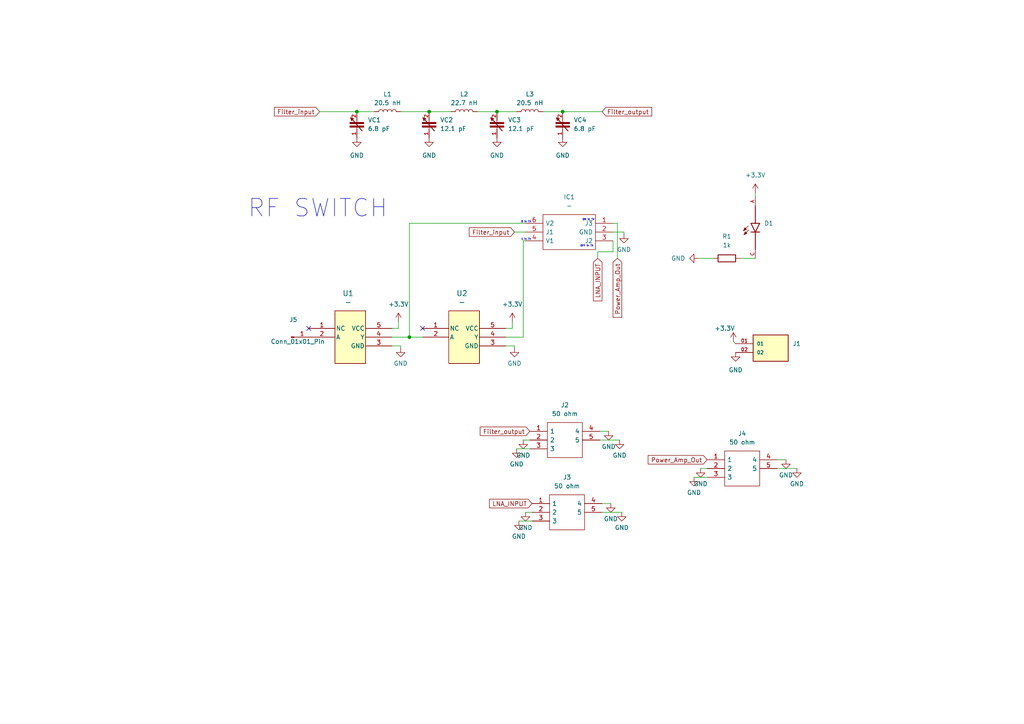
<source format=kicad_sch>
(kicad_sch (version 20230121) (generator eeschema)
  (paper "A4")
  (lib_symbols
    (symbol "0603 LED:LTST-C190KRKT" (pin_names (offset 1.016))
      (property "Reference" "D" (at -2.0351 4.0703 0))
      (property "Value" "LTST-C190KRKT" (at -2.0337 -3.8132 0))
      (symbol "LTST-C190KRKT_0_0"
        (polyline (pts (xy -5.08 0) (xy 0 0)) (stroke (width 0.254)))
        (polyline (pts (xy 0 -1.27) (xy 0 0)) (stroke (width 0.254)))
        (polyline (pts (xy 0 0) (xy 0 1.27)) (stroke (width 0.254)))
        (polyline (pts (xy 0 0) (xy 2.54 1.27)) (stroke (width 0.254)))
        (polyline (pts (xy 0.635 1.905) (xy -0.762 3.302)) (stroke (width 0.1524)))
        (polyline (pts (xy 1.778 2.032) (xy 0.381 3.429)) (stroke (width 0.1524)))
        (polyline (pts (xy 2.54 -1.27) (xy 0 0)) (stroke (width 0.254)))
        (polyline (pts (xy 2.54 -1.27) (xy 2.54 0)) (stroke (width 0.254)))
        (polyline (pts (xy 2.54 0) (xy 2.54 1.27)) (stroke (width 0.254)))
        (polyline (pts (xy 2.54 0) (xy 7.62 0)) (stroke (width 0.254)))
        (polyline (pts (xy -0.762 3.302) (xy 0.127 2.921) (xy -0.381 2.413) (xy -0.762 3.302)) (stroke (width 0.1524)) (fill (type outline)))
        (polyline (pts (xy 0.381 3.429) (xy 1.27 3.048) (xy 0.762 2.54) (xy 0.381 3.429)) (stroke (width 0.1524)) (fill (type outline)))
        (pin passive line (at 10.16 0 180) (length 2.54) (name "~") (number "A"))
        (pin passive line (at -7.62 0 0) (length 2.54) (name "~") (number "C"))
      )
    )
    (symbol "Connector:Conn_01x01_Pin" (pin_names (offset 1.016) hide)
      (property "Reference" "J" (at 0 2.54 0))
      (property "Value" "Conn_01x01_Pin" (at 0 -2.54 0))
      (symbol "Conn_01x01_Pin_1_1"
        (polyline (pts (xy 1.27 0) (xy 0.8636 0)) (stroke (width 0.1524)))
        (rectangle (start 0.8636 0.127) (end 0 -0.127) (stroke (width 0.1524)) (fill (type outline)))
        (pin passive line (at 5.08 0 180) (length 3.81) (name "Pin_1") (number "1"))
      )
    )
    (symbol "Device:L" (pin_numbers hide) (pin_names (offset 1.016) hide)
      (property "Reference" "L" (at -1.27 0 90))
      (property "Value" "L" (at 1.905 0 90))
      (symbol "L_0_1"
        (arc (start 0 -2.54) (mid 0.6323 -1.905) (end 0 -1.27))
        (arc (start 0 -1.27) (mid 0.6323 -0.635) (end 0 0))
        (arc (start 0 0) (mid 0.6323 0.635) (end 0 1.27))
        (arc (start 0 1.27) (mid 0.6323 1.905) (end 0 2.54))
      )
      (symbol "L_1_1"
        (pin passive line (at 0 3.81 270) (length 1.27) (name "1") (number "1"))
        (pin passive line (at 0 -3.81 90) (length 1.27) (name "2") (number "2"))
      )
    )
    (symbol "Device:R" (pin_numbers hide) (pin_names (offset 0))
      (property "Reference" "R" (at 2.032 0 90))
      (property "Value" "R" (at 0 0 90))
      (symbol "R_0_1"
        (rectangle (start -1.016 -2.54) (end 1.016 2.54) (stroke (width 0.254)))
      )
      (symbol "R_1_1"
        (pin passive line (at 0 3.81 270) (length 1.27) (name "~") (number "1"))
        (pin passive line (at 0 -3.81 90) (length 1.27) (name "~") (number "2"))
      )
    )
    (symbol "Inverter:SN74AHC1G14DBVR" (pin_names (offset 0.254))
      (property "Reference" "U4" (at 59.69 10.16 0))
      (property "Value" "SN74AHC1G14DBVR" (at 59.69 7.62 0))
      (symbol "SN74AHC1G14DBVR_0_1"
        (pin unspecified line (at 31.75 0 0) (length 7.62) (name "NC") (number "1"))
        (pin input line (at 31.75 -2.54 0) (length 7.62) (name "A") (number "2"))
        (pin power_in line (at 55.88 -5.08 180) (length 7.62) (name "GND") (number "3"))
        (pin output line (at 55.88 -2.54 180) (length 7.62) (name "Y") (number "4"))
        (pin power_in line (at 55.88 0 180) (length 7.62) (name "VCC") (number "5"))
      )
      (symbol "SN74AHC1G14DBVR_1_1"
        (polyline (pts (xy 39.37 -10.16) (xy 48.26 -10.16)) (stroke (width 0.127)) (fill (type background)))
        (polyline (pts (xy 39.37 5.08) (xy 39.37 -10.16)) (stroke (width 0.127)) (fill (type background)))
        (polyline (pts (xy 48.26 -10.16) (xy 48.26 5.08)) (stroke (width 0.127)) (fill (type background)))
        (polyline (pts (xy 48.26 5.08) (xy 39.37 5.08)) (stroke (width 0.127)) (fill (type background)))
        (rectangle (start 39.37 5.08) (end 48.26 -10.16) (fill (type background)))
      )
    )
    (symbol "SMA Jacks:5-1814400-2" (pin_names (offset 0.762))
      (property "Reference" "J" (at 16.51 7.62 0))
      (property "Value" "5-1814400-2" (at 16.51 5.08 0))
      (symbol "5-1814400-2_0_0"
        (pin passive line (at 0 0 0) (length 5.08) (name "1") (number "1"))
        (pin passive line (at 0 -2.54 0) (length 5.08) (name "2") (number "2"))
        (pin passive line (at 0 -5.08 0) (length 5.08) (name "3") (number "3"))
        (pin passive line (at 20.32 0 180) (length 5.08) (name "4") (number "4"))
        (pin passive line (at 20.32 -2.54 180) (length 5.08) (name "5") (number "5"))
      )
      (symbol "5-1814400-2_0_1"
        (polyline (pts (xy 5.08 2.54) (xy 15.24 2.54) (xy 15.24 -7.62) (xy 5.08 -7.62) (xy 5.08 2.54)) (stroke (width 0.1524)))
      )
    )
    (symbol "Skyworks RF Switch:SKYA21001" (pin_names (offset 0.762))
      (property "Reference" "IC" (at 21.59 7.62 0))
      (property "Value" "SKYA21001" (at 21.59 5.08 0))
      (symbol "SKYA21001_0_0"
        (pin passive line (at 0 0 0) (length 5.08) (name "J3") (number "1"))
        (pin passive line (at 0 -2.54 0) (length 5.08) (name "GND") (number "2"))
        (pin passive line (at 0 -5.08 0) (length 5.08) (name "J2") (number "3"))
        (pin passive line (at 25.4 -5.08 180) (length 5.08) (name "V1") (number "4"))
        (pin passive line (at 25.4 -2.54 180) (length 5.08) (name "J1") (number "5"))
        (pin passive line (at 25.4 0 180) (length 5.08) (name "V2") (number "6"))
      )
      (symbol "SKYA21001_0_1"
        (polyline (pts (xy 5.08 2.54) (xy 20.32 2.54) (xy 20.32 -7.62) (xy 5.08 -7.62) (xy 5.08 2.54)) (stroke (width 0.1524)))
      )
    )
    (symbol "Two Terminal Block:1935776" (pin_names (offset 1.016))
      (property "Reference" "J" (at -5.08 5.842 0))
      (property "Value" "1935776" (at -5.08 -5.08 0))
      (symbol "1935776_0_0"
        (rectangle (start -5.08 -2.54) (end 5.08 5.08) (stroke (width 0.254)) (fill (type background)))
        (pin passive line (at -10.16 2.54 0) (length 5.08) (name "01") (number "01"))
        (pin passive line (at -10.16 0 0) (length 5.08) (name "02") (number "02"))
      )
    )
    (symbol "Variable Capacitor:JR100" (pin_names (offset 1.016))
      (property "Reference" "VC" (at -6.604 4.191 0))
      (property "Value" "JR100" (at -6.604 -5.207 0))
      (symbol "JR100_0_0"
        (rectangle (start -2.032 -2.032) (end -1.524 2.032) (stroke (width 0.1)) (fill (type outline)))
        (rectangle (start -1.016 -2.032) (end -0.508 2.032) (stroke (width 0.1)) (fill (type outline)))
        (polyline (pts (xy -3.048 -1.524) (xy 0.254 1.27)) (stroke (width 0.254)))
        (polyline (pts (xy -2.54 0) (xy -2.032 0)) (stroke (width 0.1524)))
        (polyline (pts (xy 0 0) (xy -0.508 0)) (stroke (width 0.1524)))
        (polyline (pts (xy 0 1.524) (xy 0.254 1.524)) (stroke (width 0.254)))
        (polyline (pts (xy 0 1.524) (xy 0.508 1.016)) (stroke (width 0.254)))
        (polyline (pts (xy 0.254 1.524) (xy 0.508 1.524)) (stroke (width 0.254)))
        (polyline (pts (xy 0.508 1.016) (xy 0.762 1.778)) (stroke (width 0.254)))
        (polyline (pts (xy 0.508 1.27) (xy 0.254 1.524)) (stroke (width 0.254)))
        (polyline (pts (xy 0.508 1.524) (xy 0.508 1.27)) (stroke (width 0.254)))
        (polyline (pts (xy 0.762 1.778) (xy 0 1.524)) (stroke (width 0.254)))
        (pin passive line (at -5.08 0 0) (length 2.54) (name "~") (number "1"))
        (pin passive line (at 2.54 0 180) (length 2.54) (name "~") (number "2"))
      )
    )
    (symbol "power:+3.3V" (power) (pin_names (offset 0))
      (property "Value" "+3.3V" (at 0 3.556 0))
      (symbol "+3.3V_0_1"
        (polyline (pts (xy -0.762 1.27) (xy 0 2.54)))
        (polyline (pts (xy 0 0) (xy 0 2.54)))
        (polyline (pts (xy 0 2.54) (xy 0.762 1.27)))
      )
      (symbol "+3.3V_1_1"
        (pin power_in line (at 0 0 90) (length 0) hide (name "+3.3V") (number "1"))
      )
    )
    (symbol "power:GND" (power) (pin_names (offset 0))
      (property "Value" "GND" (at 0 -3.81 0))
      (symbol "GND_0_1"
        (polyline (pts (xy 0 0) (xy 0 -1.27) (xy 1.27 -1.27) (xy 0 -2.54) (xy -1.27 -1.27) (xy 0 -1.27)))
      )
      (symbol "GND_1_1"
        (pin power_in line (at 0 0 270) (length 0) hide (name "GND") (number "1"))
      )
    )
  )
  (junction (at 144.145 32.385))
  (junction (at 118.745 97.79))
  (junction (at 124.46 32.385))
  (junction (at 103.505 32.385))
  (junction (at 163.195 32.385))
  (no_connect (at 89.535 95.25))
  (no_connect (at 122.555 95.25))
  (wire (pts (xy 151.765 69.85) (xy 152.4 69.85)))
  (wire (pts (xy 115.57 93.345) (xy 115.57 95.25)))
  (wire (pts (xy 116.205 32.385) (xy 124.46 32.385)))
  (wire (pts (xy 201.295 138.43) (xy 205.105 138.43)))
  (wire (pts (xy 116.205 100.33) (xy 116.205 100.965)))
  (wire (pts (xy 219.075 55.88) (xy 219.075 57.15)))
  (wire (pts (xy 157.48 32.385) (xy 163.195 32.385)))
  (wire (pts (xy 103.505 32.385) (xy 108.585 32.385)))
  (wire (pts (xy 174.625 148.59) (xy 180.34 148.59)))
  (wire (pts (xy 214.63 74.93) (xy 219.075 74.93)))
  (wire (pts (xy 146.685 100.33) (xy 149.225 100.33)))
  (wire (pts (xy 146.685 95.25) (xy 148.59 95.25)))
  (wire (pts (xy 149.86 130.175) (xy 153.67 130.175)))
  (wire (pts (xy 146.685 97.79) (xy 151.765 97.79)))
  (wire (pts (xy 202.565 74.93) (xy 207.01 74.93)))
  (wire (pts (xy 113.665 97.79) (xy 118.745 97.79)))
  (wire (pts (xy 138.43 32.385) (xy 144.145 32.385)))
  (wire (pts (xy 179.07 64.77) (xy 179.07 74.93)))
  (wire (pts (xy 118.745 64.77) (xy 152.4 64.77)))
  (wire (pts (xy 180.975 67.31) (xy 180.975 67.945)))
  (wire (pts (xy 203.2 135.89) (xy 205.105 135.89)))
  (wire (pts (xy 113.665 100.33) (xy 116.205 100.33)))
  (wire (pts (xy 150.495 151.13) (xy 154.305 151.13)))
  (wire (pts (xy 151.765 127.635) (xy 153.67 127.635)))
  (wire (pts (xy 225.425 133.35) (xy 227.965 133.35)))
  (wire (pts (xy 163.195 32.385) (xy 174.625 32.385)))
  (wire (pts (xy 177.8 64.77) (xy 179.07 64.77)))
  (wire (pts (xy 113.665 95.25) (xy 115.57 95.25)))
  (wire (pts (xy 177.8 69.85) (xy 177.8 73.025)))
  (wire (pts (xy 118.745 64.77) (xy 118.745 97.79)))
  (wire (pts (xy 148.59 93.345) (xy 148.59 95.25)))
  (wire (pts (xy 144.145 32.385) (xy 149.86 32.385)))
  (wire (pts (xy 174.625 146.05) (xy 177.165 146.05)))
  (wire (pts (xy 173.99 127.635) (xy 179.705 127.635)))
  (wire (pts (xy 118.745 97.79) (xy 122.555 97.79)))
  (wire (pts (xy 173.355 73.025) (xy 177.8 73.025)))
  (wire (pts (xy 149.225 67.31) (xy 152.4 67.31)))
  (wire (pts (xy 151.765 69.85) (xy 151.765 97.79)))
  (wire (pts (xy 124.46 32.385) (xy 130.81 32.385)))
  (wire (pts (xy 149.225 100.33) (xy 149.225 100.965)))
  (wire (pts (xy 92.71 32.385) (xy 103.505 32.385)))
  (wire (pts (xy 152.4 148.59) (xy 154.305 148.59)))
  (wire (pts (xy 212.725 99.06) (xy 213.36 99.695)))
  (wire (pts (xy 225.425 135.89) (xy 231.14 135.89)))
  (wire (pts (xy 177.8 67.31) (xy 180.975 67.31)))
  (wire (pts (xy 173.355 73.025) (xy 173.355 74.93)))
  (wire (pts (xy 173.99 125.095) (xy 176.53 125.095)))
  (text "1 in TX" (at 151.13 69.85 0) (effects (font (size 0.508 0.508)) (justify left bottom)))
  (text "0 in TX" (at 151.13 64.77 0) (effects (font (size 0.508 0.508)) (justify left bottom)))
  (text "RF SWITCH" (at 71.755 63.5 0) (effects (font (size 5.08 5.08)) (justify left bottom)))
  (text "OFF in TX" (at 168.275 71.755 0) (effects (font (size 0.508 0.508)) (justify left bottom)))
  (text "ON in TX" (at 168.91 64.135 0) (effects (font (size 0.508 0.508)) (justify left bottom)))
  (global_label "LNA_INPUT" (shape input) (at 154.305 146.05 180) (property "Intersheetrefs" "${INTERSHEET_REFS}" (effects hide)))
  (global_label "LNA_INPUT" (shape input) (at 173.355 74.93 270) (property "Intersheetrefs" "${INTERSHEET_REFS}" (effects hide)))
  (global_label "Filter_input" (shape input) (at 149.225 67.31 180) (property "Intersheetrefs" "${INTERSHEET_REFS}" (effects hide)))
  (global_label "Filter_output" (shape input) (at 174.625 32.385 0) (property "Intersheetrefs" "${INTERSHEET_REFS}" (effects hide)))
  (global_label "Power_Amp_Out" (shape input) (at 179.07 74.93 270) (property "Intersheetrefs" "${INTERSHEET_REFS}" (effects hide)))
  (global_label "Power_Amp_Out" (shape input) (at 205.105 133.35 180) (property "Intersheetrefs" "${INTERSHEET_REFS}" (effects hide)))
  (global_label "Filter_output" (shape input) (at 153.67 125.095 180) (property "Intersheetrefs" "${INTERSHEET_REFS}" (effects hide)))
  (global_label "Filter_input" (shape input) (at 92.71 32.385 180) (property "Intersheetrefs" "${INTERSHEET_REFS}" (effects hide)))
  (symbol (lib_id "power:GND") (at 149.225 100.965 0) (unit 1)
    (property "Reference" "#PWR04" (effects hide))
    (property "Value" "GND" (at 149.225 105.41 0))
  )
  (symbol (lib_id "power:GND") (at 176.53 125.095 0) (unit 1)
    (property "Reference" "#PWR013" (effects hide))
    (property "Value" "GND" (at 176.53 129.54 0))
  )
  (symbol (lib_id "Inverter:SN74AHC1G14DBVR") (at 57.785 95.25 0) (unit 1)
    (property "Reference" "U1" (at 100.965 85.09 0) (effects (font (size 1.524 1.524))))
    (property "Value" "-" (at 100.965 87.63 0) (effects (font (size 1.524 1.524))))
    (property "Footprint" "Inverter:DBV5" (effects hide))
    (property "Description" "IC INVERTER 1CH 1-INP SOT23-5" (effects hide))
    (property "Link" "https://www.digikey.com/en/products/detail/texas-instruments/SN74AHC1G14DBVR/276736" (effects hide))
    (property "Manufacturer" "Texas Instruments" (effects hide))
    (property "Part Number" "SN74AHC1G14DBVR" (effects hide))
    (property "Vendor" "Digikey" (effects hide))
    (property "Vendor ID" "296-1092-1-ND" (effects hide))
  )
  (symbol (lib_id "power:GND") (at 151.765 127.635 0) (unit 1)
    (property "Reference" "#PWR011" (effects hide))
    (property "Value" "GND" (at 151.765 132.08 0))
  )
  (symbol (lib_id "power:+3.3V") (at 212.725 99.06 0) (unit 1)
    (property "Reference" "#PWR07" (effects hide))
    (property "Value" "+3.3V" (at 210.185 95.25 0))
  )
  (symbol (lib_id "power:GND") (at 180.975 67.945 0) (unit 1)
    (property "Reference" "#PWR025" (effects hide))
    (property "Value" "GND" (at 180.975 72.39 0))
  )
  (symbol (lib_id "power:GND") (at 179.705 127.635 0) (unit 1)
    (property "Reference" "#PWR015" (effects hide))
    (property "Value" "GND" (at 179.705 132.08 0))
  )
  (symbol (lib_id "SMA Jacks:5-1814400-2") (at 154.305 146.05 0) (unit 1)
    (property "Reference" "J3" (at 164.465 138.43 0))
    (property "Value" "50 ohm" (at 164.465 140.97 0))
    (property "Footprint" "sma:518144002" (effects hide))
    (property "Description" "CONN SMA JACK R/A 50 OHM PCB" (effects hide))
    (property "Link" "https://www.digikey.com/en/products/detail/te-connectivity-amp-connectors/5-1814400-2/11498408?utm_adgroup=RF%20%26%20RFID&utm_source=google&utm_medium=cpc&utm_campaign=Dynamic%20Search_EN_RLSA_Cart&utm_term=&utm_content=RF%20%26%20RFID&utm_id=go_cmp-175054875_adg-15264283635_ad-665604606416_aud-505192123630:dsa-152295748091_dev-c_ext-_prd-_sig-CjwKCAjw7c2pBhAZEiwA88pOF5LthMYWSTqa-AciiuAKjxBdrXR98jc6iUU6iGaURKHmJ3UG9S-BWBoCcRMQAvD_BwE&gclid=CjwKCAjw7c2pBhAZEiwA88pOF5LthMYWSTqa-AciiuAKjxBdrXR98jc6iUU6iGaURKHmJ3UG9S-BWBoCcRMQAvD_BwE" (effects hide))
    (property "Manufacturer" "TE Connectivity AMP Connectors" (effects hide))
    (property "Part Number" "5-1814400-2" (effects hide))
    (property "Vendor" "Digikey" (effects hide))
    (property "Vendor ID" "17-5-1814400-2CT-ND" (effects hide))
  )
  (symbol (lib_id "power:GND") (at 163.195 40.005 0) (unit 1)
    (property "Reference" "#PWR024" (effects hide))
    (property "Value" "GND" (at 163.195 45.085 0))
  )
  (symbol (lib_id "SMA Jacks:5-1814400-2") (at 153.67 125.095 0) (unit 1)
    (property "Reference" "J2" (at 163.83 117.475 0))
    (property "Value" "50 ohm" (at 163.83 120.015 0))
    (property "Footprint" "sma:518144002" (effects hide))
    (property "Description" "CONN SMA JACK R/A 50 OHM PCB" (effects hide))
    (property "Link" "https://www.digikey.com/en/products/detail/te-connectivity-amp-connectors/5-1814400-2/11498408?utm_adgroup=RF%20%26%20RFID&utm_source=google&utm_medium=cpc&utm_campaign=Dynamic%20Search_EN_RLSA_Cart&utm_term=&utm_content=RF%20%26%20RFID&utm_id=go_cmp-175054875_adg-15264283635_ad-665604606416_aud-505192123630:dsa-152295748091_dev-c_ext-_prd-_sig-CjwKCAjw7c2pBhAZEiwA88pOF5LthMYWSTqa-AciiuAKjxBdrXR98jc6iUU6iGaURKHmJ3UG9S-BWBoCcRMQAvD_BwE&gclid=CjwKCAjw7c2pBhAZEiwA88pOF5LthMYWSTqa-AciiuAKjxBdrXR98jc6iUU6iGaURKHmJ3UG9S-BWBoCcRMQAvD_BwE" (effects hide))
    (property "Manufacturer" "TE Connectivity AMP Connectors" (effects hide))
    (property "Part Number" "5-1814400-2" (effects hide))
    (property "Vendor" "Digikey" (effects hide))
    (property "Vendor ID" "17-5-1814400-2CT-ND" (effects hide))
  )
  (symbol (lib_id "power:+3.3V") (at 219.075 55.88 0) (unit 1)
    (property "Reference" "#PWR06" (effects hide))
    (property "Value" "+3.3V" (at 219.075 50.8 0))
  )
  (symbol (lib_id "power:GND") (at 202.565 74.93 270) (unit 1)
    (property "Reference" "#PWR05" (effects hide))
    (property "Value" "GND" (at 198.755 74.93 90) (effects (justify right)))
  )
  (symbol (lib_id "power:+3.3V") (at 148.59 93.345 0) (unit 1)
    (property "Reference" "#PWR03" (effects hide))
    (property "Value" "+3.3V" (at 148.59 88.265 0))
  )
  (symbol (lib_id "power:GND") (at 213.36 102.235 0) (unit 1)
    (property "Reference" "#PWR08" (effects hide))
    (property "Value" "GND" (at 213.36 107.315 0))
  )
  (symbol (lib_id "power:GND") (at 144.145 40.005 0) (unit 1)
    (property "Reference" "#PWR023" (effects hide))
    (property "Value" "GND" (at 144.145 45.085 0))
  )
  (symbol (lib_id "Variable Capacitor:JR100") (at 144.145 34.925 90) (unit 1)
    (property "Reference" "VC3" (at 147.32 34.798 90) (effects (justify right)))
    (property "Value" "12.1 pF" (at 147.32 37.338 90) (effects (justify right)))
    (property "Footprint" "Capacitor_SMD:C_0603_1608Metric_Pad1.08x0.95mm_HandSolder" (effects hide))
    (property "Link" "https://www.digikey.com/en/products/detail/murata-electronics/GCM1885C2A120JA16D/2591683" (effects hide))
    (property "Manufacturer" "Murata Electronics" (effects hide))
    (property "Part Number" "GCM1885C2A120JA16D" (effects hide))
    (property "Vendor" "Digikey" (effects hide))
    (property "Vendor ID" "490-8009-1-ND" (effects hide))
  )
  (symbol (lib_id "Device:R") (at 210.82 74.93 90) (unit 1)
    (property "Reference" "R1" (at 210.82 68.58 90))
    (property "Value" "1k" (at 210.82 71.12 90))
    (property "Footprint" "Resistor_SMD:R_0603_1608Metric_Pad0.98x0.95mm_HandSolder" (effects hide))
    (property "Description" "RES SMD 1K OHM 5% 1/10W 0603" (effects hide))
    (property "Link" "https://www.digikey.com/en/products/detail/panasonic-electronic-components/ERJ-3GEYJ102V/68472?s=N4IgjCBcoExaBjKAzAhgGwM4FMA0IB7KAbXABYAGANjJAF18AHAFyhAGVmAnASwDsA5iAC%2B%2BAMzwQSSGix5CJEDACsFCQxAs2nXoJH5lk6bJz4ikUmLBUAnGFoatkDt35DR4KkZQZTCiyBiNjBkXo6szjpu%2BuAA7N4yvvLmpGDBhuHarnoeoQkmyYqxABwUcJmR2e74YLG00FI%2BcmaKZGC1ZOVMES661UrKcA3GSS0BITA2Yg7dWX0xsRTxw01%2BKYFgMGAUGbOV8x7tMMuIq4Xj9HsgAJJ8zNgC2Fwxm3b5o-6WwWS7mj1RORqqgo72anxAyisMz%2Bc2ih0hEBWiTB6wgFV6cJqNmKNlBa0UILoHhgFGKhiRBTGqQABABrADyAAsALaYS4w5wAVT4PGY9OQAFlsKhMABXLjYGIAWkRp2R%2BIC23oHil9TllPBxWKtgcKvJ6o%2BqJA%2BDgJrI6hVJ0a8vOpCo2zKFFwSqJwmEQA" (effects hide))
    (property "Manufacturer" "Panasonic Electronic Components" (effects hide))
    (property "Part Number" "ERJ-3GEYJ102V" (effects hide))
    (property "Vendor" "Digikey" (effects hide))
    (property "Vendor ID" "P1.0KGCT-ND" (effects hide))
  )
  (symbol (lib_id "power:+3.3V") (at 115.57 93.345 0) (unit 1)
    (property "Reference" "#PWR01" (effects hide))
    (property "Value" "+3.3V" (at 115.57 88.265 0))
  )
  (symbol (lib_id "Two Terminal Block:1935776") (at 223.52 102.235 0) (unit 1)
    (property "Reference" "J1" (at 229.87 99.695 0) (effects (justify left)))
    (property "Value" "-" (effects hide))
    (property "Footprint" "terminal block:PHOENIX_1935776" (effects hide))
    (property "Description" "TERM BLK 2POS SIDE ENTRY 5MM PCB" (effects hide))
    (property "Link" "https://www.digikey.com/en/products/detail/phoenix-contact/1935776/2513905" (effects hide))
    (property "Manufacturer" "Phoenix Contact" (effects hide))
    (property "Part Number" "1935776" (effects hide))
    (property "Vendor" "Digikey" (effects hide))
    (property "Vendor ID" "277-6405-ND" (effects hide))
  )
  (symbol (lib_id "Variable Capacitor:JR100") (at 163.195 34.925 90) (unit 1)
    (property "Reference" "VC4" (at 166.37 34.798 90) (effects (justify right)))
    (property "Value" "6.8 pF" (at 166.37 37.338 90) (effects (justify right)))
    (property "Footprint" "Capacitor_SMD:C_0603_1608Metric_Pad1.08x0.95mm_HandSolder" (effects hide))
    (property "Link" "https://www.digikey.com/en/products/detail/murata-electronics/GCM1885C2A6R8BA16D/11618746" (effects hide))
    (property "Manufacturer" "Murata Electronics" (effects hide))
    (property "Part Number" "GCM1885C2A6R8BA16D" (effects hide))
    (property "Vendor" "Digikey" (effects hide))
    (property "Vendor ID" "490-GCM1885C2A6R8BA16DCT-ND" (effects hide))
  )
  (symbol (lib_id "Variable Capacitor:JR100") (at 124.46 34.925 90) (unit 1)
    (property "Reference" "VC2" (at 127.635 34.798 90) (effects (justify right)))
    (property "Value" "12.1 pF" (at 127.635 37.338 90) (effects (justify right)))
    (property "Footprint" "Capacitor_SMD:C_0603_1608Metric_Pad1.08x0.95mm_HandSolder" (effects hide))
    (property "Link" "https://www.digikey.com/en/products/detail/murata-electronics/GCM1885C2A120JA16D/2591683" (effects hide))
    (property "Manufacturer" "Murata Electronics" (effects hide))
    (property "Part Number" "GCM1885C2A120JA16D" (effects hide))
    (property "Vendor" "Digikey" (effects hide))
    (property "Vendor ID" "490-8009-1-ND" (effects hide))
  )
  (symbol (lib_id "Device:L") (at 112.395 32.385 90) (unit 1)
    (property "Reference" "L1" (at 112.395 27.305 90))
    (property "Value" "20.5 nH" (at 112.395 29.845 90))
    (property "Footprint" "Inductor_SMD:L_0603_1608Metric_Pad1.05x0.95mm_HandSolder" (effects hide))
    (property "Description" "FIXED IND 20NH 1.92A 84MOHM SMD" (effects hide))
    (property "Link" "https://www.digikey.com/en/products/detail/coilcraft/0603DC-20NXJRW/12714692" (effects hide))
    (property "Manufacturer" "Coilcraft" (effects hide))
    (property "Part Number" "0603DC-20NXJRW" (effects hide))
    (property "Vendor" "Digikey" (effects hide))
    (property "Vendor ID" "2457-0603DC-20NXJRW-ND" (effects hide))
  )
  (symbol (lib_id "Connector:Conn_01x01_Pin") (at 84.455 97.79 0) (unit 1)
    (property "Reference" "J5" (at 85.09 92.71 0))
    (property "Value" "Conn_01x01_Pin" (at 86.36 99.06 0))
    (property "Footprint" "Connector_PinSocket_2.54mm:PinSocket_1x01_P2.54mm_Vertical" (effects hide))
  )
  (symbol (lib_id "power:GND") (at 180.34 148.59 0) (unit 1)
    (property "Reference" "#PWR016" (effects hide))
    (property "Value" "GND" (at 180.34 153.035 0))
  )
  (symbol (lib_id "power:GND") (at 227.965 133.35 0) (unit 1)
    (property "Reference" "#PWR019" (effects hide))
    (property "Value" "GND" (at 227.965 137.795 0))
  )
  (symbol (lib_id "power:GND") (at 124.46 40.005 0) (unit 1)
    (property "Reference" "#PWR022" (effects hide))
    (property "Value" "GND" (at 124.46 45.085 0))
  )
  (symbol (lib_id "power:GND") (at 116.205 100.965 0) (unit 1)
    (property "Reference" "#PWR02" (effects hide))
    (property "Value" "GND" (at 116.205 105.41 0))
  )
  (symbol (lib_id "power:GND") (at 177.165 146.05 0) (unit 1)
    (property "Reference" "#PWR014" (effects hide))
    (property "Value" "GND" (at 177.165 150.495 0))
  )
  (symbol (lib_id "0603 LED:LTST-C190KRKT") (at 219.075 67.31 90) (unit 1)
    (property "Reference" "D1" (at 221.615 64.77 90) (effects (justify right)))
    (property "Value" "-" (effects hide))
    (property "Footprint" "0603 LED:LEDC1608X35N" (effects hide))
    (property "Description" "LED RED CLEAR CHIP SMD" (effects hide))
    (property "Link" "https://www.digikey.com/en/products/detail/liteon/LTST-C190KRKT/386817?s=N4IgTCBcDaIDIBUDKCC0BhAjATgAwGkAlfBAAhAF0BfIA" (effects hide))
    (property "Manufacturer" "Lite-On Inc." (effects hide))
    (property "Part Number" "LTST-C190KRKT" (effects hide))
    (property "Vendor" "Digikey" (effects hide))
    (property "Vendor ID" "160-1436-1-ND" (effects hide))
  )
  (symbol (lib_id "power:GND") (at 149.86 130.175 0) (unit 1)
    (property "Reference" "#PWR09" (effects hide))
    (property "Value" "GND" (at 149.86 134.62 0))
  )
  (symbol (lib_id "power:GND") (at 203.2 135.89 0) (unit 1)
    (property "Reference" "#PWR018" (effects hide))
    (property "Value" "GND" (at 203.2 140.335 0))
  )
  (symbol (lib_id "Variable Capacitor:JR100") (at 103.505 34.925 90) (unit 1)
    (property "Reference" "VC1" (at 106.68 34.798 90) (effects (justify right)))
    (property "Value" "6.8 pF" (at 106.68 37.338 90) (effects (justify right)))
    (property "Footprint" "Capacitor_SMD:C_0603_1608Metric_Pad1.08x0.95mm_HandSolder" (effects hide))
    (property "Link" "https://www.digikey.com/en/products/detail/murata-electronics/GCM1885C2A6R8BA16D/11618746" (effects hide))
    (property "Manufacturer" "Murata Electronics" (effects hide))
    (property "Part Number" "GCM1885C2A6R8BA16D" (effects hide))
    (property "Vendor" "Digikey" (effects hide))
    (property "Vendor ID" "490-GCM1885C2A6R8BA16DCT-ND" (effects hide))
  )
  (symbol (lib_id "Device:L") (at 153.67 32.385 90) (unit 1)
    (property "Reference" "L3" (at 153.67 27.305 90))
    (property "Value" "20.5 nH" (at 153.67 29.845 90))
    (property "Footprint" "Inductor_SMD:L_0603_1608Metric_Pad1.05x0.95mm_HandSolder" (effects hide))
    (property "Description" "FIXED IND 20NH 1.92A 84MOHM SMD" (effects hide))
    (property "Link" "https://www.digikey.com/en/products/detail/coilcraft/0603DC-20NXJRW/12714692" (effects hide))
    (property "Manufacturer" "Coilcraft" (effects hide))
    (property "Part Number" "0603DC-20NXJRW" (effects hide))
    (property "Vendor" "Digikey" (effects hide))
    (property "Vendor ID" "2457-0603DC-20NXJRW-ND" (effects hide))
  )
  (symbol (lib_id "SMA Jacks:5-1814400-2") (at 205.105 133.35 0) (unit 1)
    (property "Reference" "J4" (at 215.265 125.73 0))
    (property "Value" "50 ohm" (at 215.265 128.27 0))
    (property "Footprint" "sma:518144002" (effects hide))
    (property "Description" "CONN SMA JACK R/A 50 OHM PCB" (effects hide))
    (property "Link" "https://www.digikey.com/en/products/detail/te-connectivity-amp-connectors/5-1814400-2/11498408?utm_adgroup=RF%20%26%20RFID&utm_source=google&utm_medium=cpc&utm_campaign=Dynamic%20Search_EN_RLSA_Cart&utm_term=&utm_content=RF%20%26%20RFID&utm_id=go_cmp-175054875_adg-15264283635_ad-665604606416_aud-505192123630:dsa-152295748091_dev-c_ext-_prd-_sig-CjwKCAjw7c2pBhAZEiwA88pOF5LthMYWSTqa-AciiuAKjxBdrXR98jc6iUU6iGaURKHmJ3UG9S-BWBoCcRMQAvD_BwE&gclid=CjwKCAjw7c2pBhAZEiwA88pOF5LthMYWSTqa-AciiuAKjxBdrXR98jc6iUU6iGaURKHmJ3UG9S-BWBoCcRMQAvD_BwE" (effects hide))
    (property "Manufacturer" "TE Connectivity AMP Connectors" (effects hide))
    (property "Part Number" "5-1814400-2" (effects hide))
    (property "Vendor" "Digikey" (effects hide))
    (property "Vendor ID" "17-5-1814400-2CT-ND" (effects hide))
  )
  (symbol (lib_id "Inverter:SN74AHC1G14DBVR") (at 90.805 95.25 0) (unit 1)
    (property "Reference" "U2" (at 133.985 85.09 0) (effects (font (size 1.524 1.524))))
    (property "Value" "-" (at 133.985 87.63 0) (effects (font (size 1.524 1.524))))
    (property "Footprint" "Inverter:DBV5" (effects hide))
    (property "Description" "IC INVERTER 1CH 1-INP SOT23-5" (effects hide))
    (property "Link" "https://www.digikey.com/en/products/detail/texas-instruments/SN74AHC1G14DBVR/276736" (effects hide))
    (property "Manufacturer" "Texas Instruments" (effects hide))
    (property "Part Number" "SN74AHC1G14DBVR" (effects hide))
    (property "Vendor" "Digikey" (effects hide))
    (property "Vendor ID" "296-1092-1-ND" (effects hide))
  )
  (symbol (lib_id "power:GND") (at 103.505 40.005 0) (unit 1)
    (property "Reference" "#PWR021" (effects hide))
    (property "Value" "GND" (at 103.505 45.085 0))
  )
  (symbol (lib_id "power:GND") (at 152.4 148.59 0) (unit 1)
    (property "Reference" "#PWR012" (effects hide))
    (property "Value" "GND" (at 152.4 153.035 0))
  )
  (symbol (lib_id "Skyworks RF Switch:SKYA21001") (at 177.8 64.77 0) (mirror y) (unit 1)
    (property "Reference" "IC1" (at 165.1 57.15 0))
    (property "Value" "-" (at 165.1 59.69 0))
    (property "Footprint" "skya21001:SOT65P220X110-6N" (effects hide))
    (property "Description" "IC RF SWITCH SPDT 3GHZ SC70-6" (effects hide))
    (property "Link" "https://www.digikey.com/en/products/detail/skyworks-solutions-inc/SKYA21001/5425387" (effects hide))
    (property "Manufacturer" "Skyworks Solutions Inc." (effects hide))
    (property "Part Number" "SKYA21001" (effects hide))
    (property "Vendor" "Digikey" (effects hide))
    (property "Vendor ID" "863-1753-1-ND" (effects hide))
  )
  (symbol (lib_id "power:GND") (at 201.295 138.43 0) (unit 1)
    (property "Reference" "#PWR017" (effects hide))
    (property "Value" "GND" (at 201.295 142.875 0))
  )
  (symbol (lib_id "Device:L") (at 134.62 32.385 90) (unit 1)
    (property "Reference" "L2" (at 134.62 27.305 90))
    (property "Value" "22.7 nH" (at 134.62 29.845 90))
    (property "Footprint" "Inductor_SMD:L_0603_1608Metric_Pad1.05x0.95mm_HandSolder" (effects hide))
    (property "Description" "FIXED IND 22NH 700MA 190MOHM SMD" (effects hide))
    (property "Link" "https://www.digikey.com/en/products/detail/murata-electronics/LQW18AS22NJ0CD/11689994" (effects hide))
    (property "Manufacturer" "Murata Electronics" (effects hide))
    (property "Part Number" "LQW18AS22NJ0CD" (effects hide))
    (property "Vendor" "Digikey" (effects hide))
    (property "Vendor ID" "490-LQW18AS22NJ0CDCT-ND" (effects hide))
  )
  (symbol (lib_id "power:GND") (at 150.495 151.13 0) (unit 1)
    (property "Reference" "#PWR010" (effects hide))
    (property "Value" "GND" (at 150.495 155.575 0))
  )
  (symbol (lib_id "power:GND") (at 231.14 135.89 0) (unit 1)
    (property "Reference" "#PWR020" (effects hide))
    (property "Value" "GND" (at 231.14 140.335 0))
  )
)
</source>
